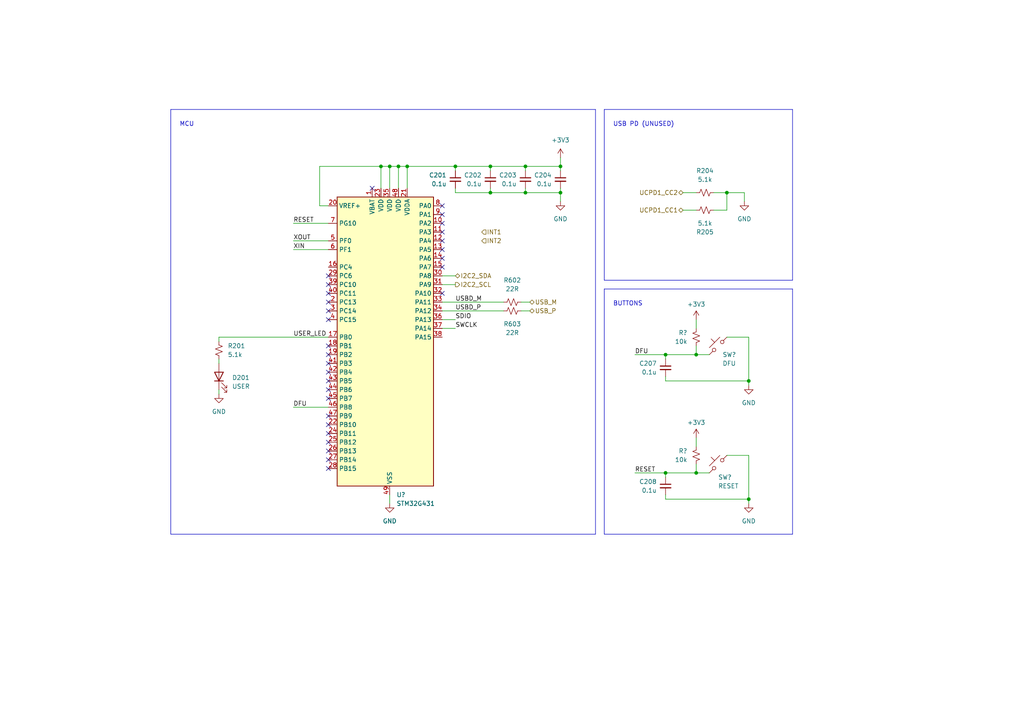
<source format=kicad_sch>
(kicad_sch (version 20230121) (generator eeschema)
  (paper "A4")
  (title_block (title "MICROCONTROLLER") (date "2023-06-17") (rev "1.0") (company "matei repair lab"))
  (lib_symbols
    (symbol "Device:C_Small" (pin_numbers hide) (pin_names (offset 0.254) hide)
      (property "Reference" "C" (at 0.254 1.778 0))
      (property "Value" "C_Small" (at 0.254 -2.032 0))
      (symbol "C_Small_0_1"
        (polyline (pts (xy -1.524 -0.508) (xy 1.524 -0.508)) (stroke (width 0.3302)))
        (polyline (pts (xy -1.524 0.508) (xy 1.524 0.508)) (stroke (width 0.3048)))
      )
      (symbol "C_Small_1_1"
        (pin passive line (at 0 2.54 270) (length 2.032) (name "~") (number "1"))
        (pin passive line (at 0 -2.54 90) (length 2.032) (name "~") (number "2"))
      )
    )
    (symbol "Device:LED" (pin_numbers hide) (pin_names (offset 1.016) hide)
      (property "Reference" "D" (at 0 2.54 0))
      (property "Value" "LED" (at 0 -2.54 0))
      (symbol "LED_0_1"
        (polyline (pts (xy -1.27 -1.27) (xy -1.27 1.27)) (stroke (width 0.254)))
        (polyline (pts (xy -1.27 0) (xy 1.27 0)))
        (polyline (pts (xy 1.27 -1.27) (xy 1.27 1.27) (xy -1.27 0) (xy 1.27 -1.27)) (stroke (width 0.254)))
        (polyline (pts (xy -3.048 -0.762) (xy -4.572 -2.286) (xy -3.81 -2.286) (xy -4.572 -2.286) (xy -4.572 -1.524)))
        (polyline (pts (xy -1.778 -0.762) (xy -3.302 -2.286) (xy -2.54 -2.286) (xy -3.302 -2.286) (xy -3.302 -1.524)))
      )
      (symbol "LED_1_1"
        (pin passive line (at -3.81 0 0) (length 2.54) (name "K") (number "1"))
        (pin passive line (at 3.81 0 180) (length 2.54) (name "A") (number "2"))
      )
    )
    (symbol "Device:R_Small_US" (pin_numbers hide) (pin_names (offset 0.254) hide)
      (property "Reference" "R" (at 0.762 0.508 0))
      (property "Value" "R_Small_US" (at 0.762 -1.016 0))
      (symbol "R_Small_US_1_1"
        (polyline (pts (xy 0 0) (xy 1.016 -0.381) (xy 0 -0.762) (xy -1.016 -1.143) (xy 0 -1.524)))
        (polyline (pts (xy 0 1.524) (xy 1.016 1.143) (xy 0 0.762) (xy -1.016 0.381) (xy 0 0)))
        (pin passive line (at 0 2.54 270) (length 1.016) (name "~") (number "1"))
        (pin passive line (at 0 -2.54 90) (length 1.016) (name "~") (number "2"))
      )
    )
    (symbol "MCU_ST_STM32G4:STM32G431CBUx"
      (property "Reference" "U" (at -12.7 44.45 0))
      (property "Value" "STM32G431CBUx" (at 10.16 44.45 0))
      (symbol "STM32G431CBUx_0_1"
        (rectangle (start -12.7 -40.64) (end 15.24 43.18) (stroke (width 0.254)) (fill (type background)))
      )
      (symbol "STM32G431CBUx_1_1"
        (pin power_in line (at -2.54 45.72 270) (length 2.54) (name "VBAT") (number "1"))
        (pin bidirectional line (at 17.78 35.56 180) (length 2.54) (name "PA2") (number "10"))
        (pin bidirectional line (at 17.78 33.02 180) (length 2.54) (name "PA3") (number "11"))
        (pin bidirectional line (at 17.78 30.48 180) (length 2.54) (name "PA4") (number "12"))
        (pin bidirectional line (at 17.78 27.94 180) (length 2.54) (name "PA5") (number "13"))
        (pin bidirectional line (at 17.78 25.4 180) (length 2.54) (name "PA6") (number "14"))
        (pin bidirectional line (at 17.78 22.86 180) (length 2.54) (name "PA7") (number "15"))
        (pin bidirectional line (at -15.24 22.86 0) (length 2.54) (name "PC4") (number "16"))
        (pin bidirectional line (at -15.24 2.54 0) (length 2.54) (name "PB0") (number "17"))
        (pin bidirectional line (at -15.24 0 0) (length 2.54) (name "PB1") (number "18"))
        (pin bidirectional line (at -15.24 -2.54 0) (length 2.54) (name "PB2") (number "19"))
        (pin bidirectional line (at -15.24 12.7 0) (length 2.54) (name "PC13") (number "2"))
        (pin input line (at -15.24 40.64 0) (length 2.54) (name "VREF+") (number "20"))
        (pin power_in line (at 7.62 45.72 270) (length 2.54) (name "VDDA") (number "21"))
        (pin bidirectional line (at -15.24 -22.86 0) (length 2.54) (name "PB10") (number "22"))
        (pin power_in line (at 0 45.72 270) (length 2.54) (name "VDD") (number "23"))
        (pin bidirectional line (at -15.24 -25.4 0) (length 2.54) (name "PB11") (number "24"))
        (pin bidirectional line (at -15.24 -27.94 0) (length 2.54) (name "PB12") (number "25"))
        (pin bidirectional line (at -15.24 -30.48 0) (length 2.54) (name "PB13") (number "26"))
        (pin bidirectional line (at -15.24 -33.02 0) (length 2.54) (name "PB14") (number "27"))
        (pin bidirectional line (at -15.24 -35.56 0) (length 2.54) (name "PB15") (number "28"))
        (pin bidirectional line (at -15.24 20.32 0) (length 2.54) (name "PC6") (number "29"))
        (pin bidirectional line (at -15.24 10.16 0) (length 2.54) (name "PC14") (number "3"))
        (pin bidirectional line (at 17.78 20.32 180) (length 2.54) (name "PA8") (number "30"))
        (pin bidirectional line (at 17.78 17.78 180) (length 2.54) (name "PA9") (number "31"))
        (pin bidirectional line (at 17.78 15.24 180) (length 2.54) (name "PA10") (number "32"))
        (pin bidirectional line (at 17.78 12.7 180) (length 2.54) (name "PA11") (number "33"))
        (pin bidirectional line (at 17.78 10.16 180) (length 2.54) (name "PA12") (number "34"))
        (pin power_in line (at 2.54 45.72 270) (length 2.54) (name "VDD") (number "35"))
        (pin bidirectional line (at 17.78 7.62 180) (length 2.54) (name "PA13") (number "36"))
        (pin bidirectional line (at 17.78 5.08 180) (length 2.54) (name "PA14") (number "37"))
        (pin bidirectional line (at 17.78 2.54 180) (length 2.54) (name "PA15") (number "38"))
        (pin bidirectional line (at -15.24 17.78 0) (length 2.54) (name "PC10") (number "39"))
        (pin bidirectional line (at -15.24 7.62 0) (length 2.54) (name "PC15") (number "4"))
        (pin bidirectional line (at -15.24 15.24 0) (length 2.54) (name "PC11") (number "40"))
        (pin bidirectional line (at -15.24 -5.08 0) (length 2.54) (name "PB3") (number "41"))
        (pin bidirectional line (at -15.24 -7.62 0) (length 2.54) (name "PB4") (number "42"))
        (pin bidirectional line (at -15.24 -10.16 0) (length 2.54) (name "PB5") (number "43"))
        (pin bidirectional line (at -15.24 -12.7 0) (length 2.54) (name "PB6") (number "44"))
        (pin bidirectional line (at -15.24 -15.24 0) (length 2.54) (name "PB7") (number "45"))
        (pin bidirectional line (at -15.24 -17.78 0) (length 2.54) (name "PB8") (number "46"))
        (pin bidirectional line (at -15.24 -20.32 0) (length 2.54) (name "PB9") (number "47"))
        (pin power_in line (at 5.08 45.72 270) (length 2.54) (name "VDD") (number "48"))
        (pin power_in line (at 2.54 -43.18 90) (length 2.54) (name "VSS") (number "49"))
        (pin bidirectional line (at -15.24 30.48 0) (length 2.54) (name "PF0") (number "5"))
        (pin bidirectional line (at -15.24 27.94 0) (length 2.54) (name "PF1") (number "6"))
        (pin bidirectional line (at -15.24 35.56 0) (length 2.54) (name "PG10") (number "7"))
        (pin bidirectional line (at 17.78 40.64 180) (length 2.54) (name "PA0") (number "8"))
        (pin bidirectional line (at 17.78 38.1 180) (length 2.54) (name "PA1") (number "9"))
      )
    )
    (symbol "Switch:SW_Push_45deg" (pin_numbers hide) (pin_names (offset 1.016) hide)
      (property "Reference" "SW" (at 3.048 1.016 0))
      (property "Value" "SW_Push_45deg" (at 0 -3.81 0))
      (symbol "SW_Push_45deg_0_1"
        (circle (center -1.1684 1.1684) (radius 0.508))
        (polyline (pts (xy -0.508 2.54) (xy 2.54 -0.508)))
        (polyline (pts (xy 1.016 1.016) (xy 2.032 2.032)))
        (polyline (pts (xy -2.54 2.54) (xy -1.524 1.524) (xy -1.524 1.524)))
        (polyline (pts (xy 1.524 -1.524) (xy 2.54 -2.54) (xy 2.54 -2.54) (xy 2.54 -2.54)))
        (circle (center 1.143 -1.1938) (radius 0.508))
        (pin passive line (at -2.54 2.54 0) (length 0) (name "1") (number "1"))
        (pin passive line (at 2.54 -2.54 180) (length 0) (name "2") (number "2"))
      )
    )
    (symbol "power:+3V3" (power) (pin_names (offset 0))
      (property "Value" "+3V3" (at 0 3.556 0))
      (symbol "+3V3_0_1"
        (polyline (pts (xy -0.762 1.27) (xy 0 2.54)))
        (polyline (pts (xy 0 0) (xy 0 2.54)))
        (polyline (pts (xy 0 2.54) (xy 0.762 1.27)))
      )
      (symbol "+3V3_1_1"
        (pin power_in line (at 0 0 90) (length 0) hide (name "+3V3") (number "1"))
      )
    )
    (symbol "power:GND" (power) (pin_names (offset 0))
      (property "Value" "GND" (at 0 -3.81 0))
      (symbol "GND_0_1"
        (polyline (pts (xy 0 0) (xy 0 -1.27) (xy 1.27 -1.27) (xy 0 -2.54) (xy -1.27 -1.27) (xy 0 -1.27)))
      )
      (symbol "GND_1_1"
        (pin power_in line (at 0 0 270) (length 0) hide (name "GND") (number "1"))
      )
    )
  )
  (junction (at 152.4 48.26))
  (junction (at 115.57 48.26))
  (junction (at 113.03 48.26))
  (junction (at 132.08 48.26))
  (junction (at 210.82 55.88))
  (junction (at 217.17 144.78))
  (junction (at 142.24 48.26))
  (junction (at 142.24 55.88))
  (junction (at 162.56 55.88))
  (junction (at 201.93 137.16))
  (junction (at 162.56 48.26))
  (junction (at 193.04 102.87))
  (junction (at 152.4 55.88))
  (junction (at 201.93 102.87))
  (junction (at 193.04 137.16))
  (junction (at 118.11 48.26))
  (junction (at 110.49 48.26))
  (junction (at 217.17 110.49))
  (no_connect (at 95.25 87.63))
  (no_connect (at 95.25 85.09))
  (no_connect (at 95.25 92.71))
  (no_connect (at 95.25 125.73))
  (no_connect (at 95.25 130.81))
  (no_connect (at 128.27 67.31))
  (no_connect (at 95.25 135.89))
  (no_connect (at 95.25 113.03))
  (no_connect (at 95.25 110.49))
  (no_connect (at 95.25 90.17))
  (no_connect (at 95.25 102.87))
  (no_connect (at 95.25 115.57))
  (no_connect (at 95.25 120.65))
  (no_connect (at 128.27 74.93))
  (no_connect (at 95.25 107.95))
  (no_connect (at 128.27 69.85))
  (no_connect (at 95.25 80.01))
  (no_connect (at 95.25 82.55))
  (no_connect (at 128.27 59.69))
  (no_connect (at 95.25 105.41))
  (no_connect (at 107.95 54.61))
  (no_connect (at 128.27 62.23))
  (no_connect (at 95.25 128.27))
  (no_connect (at 128.27 77.47))
  (no_connect (at 128.27 64.77))
  (no_connect (at 95.25 123.19))
  (no_connect (at 128.27 72.39))
  (no_connect (at 95.25 100.33))
  (no_connect (at 128.27 85.09))
  (no_connect (at 95.25 133.35))
  (wire (pts (xy 184.15 102.87) (xy 193.04 102.87)))
  (wire (pts (xy 193.04 102.87) (xy 201.93 102.87)))
  (wire (pts (xy 132.08 48.26) (xy 132.08 49.53)))
  (wire (pts (xy 162.56 54.61) (xy 162.56 55.88)))
  (wire (pts (xy 92.71 59.69) (xy 92.71 48.26)))
  (polyline (pts (xy 175.26 31.75) (xy 175.26 81.28)))
  (wire (pts (xy 113.03 48.26) (xy 113.03 54.61)))
  (wire (pts (xy 151.13 90.17) (xy 153.67 90.17)))
  (wire (pts (xy 128.27 82.55) (xy 132.08 82.55)))
  (polyline (pts (xy 172.72 154.94) (xy 172.72 31.75)))
  (wire (pts (xy 201.93 127) (xy 201.93 129.54)))
  (polyline (pts (xy 175.26 31.75) (xy 229.87 31.75)))
  (wire (pts (xy 110.49 54.61) (xy 110.49 48.26)))
  (wire (pts (xy 115.57 48.26) (xy 118.11 48.26)))
  (wire (pts (xy 142.24 48.26) (xy 142.24 49.53)))
  (wire (pts (xy 152.4 55.88) (xy 162.56 55.88)))
  (wire (pts (xy 201.93 137.16) (xy 205.74 137.16)))
  (wire (pts (xy 85.09 72.39) (xy 95.25 72.39)))
  (wire (pts (xy 215.9 55.88) (xy 215.9 58.42)))
  (wire (pts (xy 85.09 118.11) (xy 95.25 118.11)))
  (wire (pts (xy 201.93 134.62) (xy 201.93 137.16)))
  (polyline (pts (xy 229.87 154.94) (xy 229.87 83.82)))
  (wire (pts (xy 210.82 132.08) (xy 217.17 132.08)))
  (wire (pts (xy 198.12 55.88) (xy 201.93 55.88)))
  (wire (pts (xy 201.93 92.71) (xy 201.93 95.25)))
  (wire (pts (xy 95.25 59.69) (xy 92.71 59.69)))
  (polyline (pts (xy 49.53 31.75) (xy 172.72 31.75)))
  (polyline (pts (xy 175.26 83.82) (xy 229.87 83.82)))
  (wire (pts (xy 217.17 132.08) (xy 217.17 144.78)))
  (polyline (pts (xy 49.53 31.75) (xy 49.53 154.94)))
  (wire (pts (xy 128.27 90.17) (xy 146.05 90.17)))
  (wire (pts (xy 193.04 109.22) (xy 193.04 110.49)))
  (wire (pts (xy 132.08 48.26) (xy 142.24 48.26)))
  (wire (pts (xy 201.93 100.33) (xy 201.93 102.87)))
  (wire (pts (xy 85.09 69.85) (xy 95.25 69.85)))
  (wire (pts (xy 207.01 60.96) (xy 210.82 60.96)))
  (wire (pts (xy 210.82 55.88) (xy 215.9 55.88)))
  (wire (pts (xy 85.09 64.77) (xy 95.25 64.77)))
  (wire (pts (xy 198.12 60.96) (xy 201.93 60.96)))
  (wire (pts (xy 128.27 80.01) (xy 132.08 80.01)))
  (wire (pts (xy 63.5 104.14) (xy 63.5 105.41)))
  (wire (pts (xy 207.01 55.88) (xy 210.82 55.88)))
  (wire (pts (xy 132.08 54.61) (xy 132.08 55.88)))
  (wire (pts (xy 142.24 54.61) (xy 142.24 55.88)))
  (wire (pts (xy 113.03 48.26) (xy 115.57 48.26)))
  (wire (pts (xy 63.5 97.79) (xy 63.5 99.06)))
  (wire (pts (xy 110.49 48.26) (xy 113.03 48.26)))
  (wire (pts (xy 128.27 87.63) (xy 146.05 87.63)))
  (polyline (pts (xy 175.26 83.82) (xy 175.26 154.94)))
  (wire (pts (xy 132.08 55.88) (xy 142.24 55.88)))
  (wire (pts (xy 115.57 48.26) (xy 115.57 54.61)))
  (wire (pts (xy 162.56 45.72) (xy 162.56 48.26)))
  (wire (pts (xy 151.13 87.63) (xy 153.67 87.63)))
  (wire (pts (xy 193.04 137.16) (xy 193.04 138.43)))
  (wire (pts (xy 128.27 95.25) (xy 132.08 95.25)))
  (wire (pts (xy 184.15 137.16) (xy 193.04 137.16)))
  (wire (pts (xy 217.17 97.79) (xy 217.17 110.49)))
  (wire (pts (xy 113.03 143.51) (xy 113.03 146.05)))
  (wire (pts (xy 217.17 110.49) (xy 217.17 111.76)))
  (wire (pts (xy 162.56 48.26) (xy 162.56 49.53)))
  (polyline (pts (xy 229.87 81.28) (xy 229.87 31.75)))
  (wire (pts (xy 152.4 54.61) (xy 152.4 55.88)))
  (wire (pts (xy 193.04 137.16) (xy 201.93 137.16)))
  (polyline (pts (xy 49.53 154.94) (xy 172.72 154.94)))
  (wire (pts (xy 152.4 48.26) (xy 152.4 49.53)))
  (wire (pts (xy 210.82 60.96) (xy 210.82 55.88)))
  (wire (pts (xy 63.5 113.03) (xy 63.5 114.3)))
  (wire (pts (xy 152.4 48.26) (xy 162.56 48.26)))
  (wire (pts (xy 118.11 48.26) (xy 118.11 54.61)))
  (wire (pts (xy 142.24 55.88) (xy 152.4 55.88)))
  (wire (pts (xy 217.17 144.78) (xy 217.17 146.05)))
  (wire (pts (xy 193.04 102.87) (xy 193.04 104.14)))
  (wire (pts (xy 92.71 48.26) (xy 110.49 48.26)))
  (wire (pts (xy 162.56 55.88) (xy 162.56 58.42)))
  (wire (pts (xy 193.04 143.51) (xy 193.04 144.78)))
  (wire (pts (xy 128.27 92.71) (xy 132.08 92.71)))
  (wire (pts (xy 63.5 97.79) (xy 95.25 97.79)))
  (wire (pts (xy 201.93 102.87) (xy 205.74 102.87)))
  (polyline (pts (xy 175.26 154.94) (xy 229.87 154.94)))
  (wire (pts (xy 193.04 110.49) (xy 217.17 110.49)))
  (wire (pts (xy 118.11 48.26) (xy 132.08 48.26)))
  (wire (pts (xy 142.24 48.26) (xy 152.4 48.26)))
  (wire (pts (xy 210.82 97.79) (xy 217.17 97.79)))
  (polyline (pts (xy 175.26 81.28) (xy 229.87 81.28)))
  (wire (pts (xy 193.04 144.78) (xy 217.17 144.78)))
  (text "BUTTONS" (at 177.8 88.9 0) (effects (font (size 1.27 1.27)) (justify left bottom)))
  (text "MCU" (at 52.07 36.83 0) (effects (font (size 1.27 1.27)) (justify left bottom)))
  (text "USB PD (UNUSED)" (at 177.8 36.83 0) (effects (font (size 1.27 1.27)) (justify left bottom)))
  (label "XOUT" (at 85.09 69.85 0))
  (label "RESET" (at 85.09 64.77 0))
  (label "DFU" (at 85.09 118.11 0))
  (label "USER_LED" (at 85.09 97.79 0))
  (label "USBD_M" (at 132.08 87.63 0))
  (label "SDIO" (at 132.08 92.71 0))
  (label "DFU" (at 184.15 102.87 0))
  (label "SWCLK" (at 132.08 95.25 0))
  (label "USBD_P" (at 132.08 90.17 0))
  (label "XIN" (at 85.09 72.39 0))
  (label "RESET" (at 184.15 137.16 0))
  (hierarchical_label "INT2" (shape input) (at 139.7 69.85 0))
  (hierarchical_label "UCPD1_CC2" (shape bidirectional) (at 198.12 55.88 180))
  (hierarchical_label "I2C2_SDA" (shape bidirectional) (at 132.08 80.01 0))
  (hierarchical_label "USB_M" (shape bidirectional) (at 153.67 87.63 0))
  (hierarchical_label "INT1" (shape input) (at 139.7 67.31 0))
  (hierarchical_label "I2C2_SCL" (shape output) (at 132.08 82.55 0))
  (hierarchical_label "USB_P" (shape bidirectional) (at 153.67 90.17 0))
  (hierarchical_label "UCPD1_CC1" (shape bidirectional) (at 198.12 60.96 180))
  (symbol (lib_id "Device:R_Small_US") (at 201.93 132.08 0) (mirror y) (unit 1)
    (property "Reference" "R?" (at 199.39 130.81 0) (effects (justify left)))
    (property "Value" "10k" (at 199.39 133.35 0) (effects (justify left)))
    (property "Footprint" "Resistor_SMD:R_0402_1005Metric" (effects hide))
    (instances (project "usb-ssk" (path "" (reference "R?") (unit 1))) (project "stm32g431-mt6701-stspin233" (path "" (reference "R?") (unit 1)) (path "" (reference "R203") (unit 1))))
  )
  (symbol (lib_id "Device:C_Small") (at 193.04 106.68 0) (unit 1)
    (property "Reference" "C207" (at 190.5 105.4163 0) (effects (justify right)))
    (property "Value" "0.1u" (at 190.5 107.9563 0) (effects (justify right)))
    (property "Footprint" "Capacitor_SMD:C_0402_1005Metric" (effects hide))
  )
  (symbol (lib_id "Device:R_Small_US") (at 63.5 101.6 0) (unit 1)
    (property "Reference" "R201" (at 66.04 100.33 0) (effects (justify left)))
    (property "Value" "5.1k" (at 66.04 102.87 0) (effects (justify left)))
    (property "Footprint" "Resistor_SMD:R_0402_1005Metric" (effects hide))
  )
  (symbol (lib_id "Device:C_Small") (at 162.56 52.07 0) (mirror y) (unit 1)
    (property "Reference" "C204" (at 160.02 50.8063 0) (effects (justify left)))
    (property "Value" "0.1u" (at 160.02 53.3463 0) (effects (justify left)))
    (property "Footprint" "Capacitor_SMD:C_0402_1005Metric" (effects hide))
  )
  (symbol (lib_id "Device:R_Small_US") (at 201.93 97.79 0) (mirror y) (unit 1)
    (property "Reference" "R?" (at 199.39 96.52 0) (effects (justify left)))
    (property "Value" "10k" (at 199.39 99.06 0) (effects (justify left)))
    (property "Footprint" "Resistor_SMD:R_0402_1005Metric" (effects hide))
    (instances (project "usb-ssk" (path "" (reference "R?") (unit 1))) (project "stm32g431-mt6701-stspin233" (path "" (reference "R?") (unit 1)) (path "" (reference "R202") (unit 1))))
  )
  (symbol (lib_id "Device:C_Small") (at 142.24 52.07 0) (mirror y) (unit 1)
    (property "Reference" "C202" (at 139.7 50.8063 0) (effects (justify left)))
    (property "Value" "0.1u" (at 139.7 53.3463 0) (effects (justify left)))
    (property "Footprint" "Capacitor_SMD:C_0402_1005Metric" (effects hide))
  )
  (symbol (lib_id "Device:C_Small") (at 152.4 52.07 0) (mirror y) (unit 1)
    (property "Reference" "C203" (at 149.86 50.8063 0) (effects (justify left)))
    (property "Value" "0.1u" (at 149.86 53.3463 0) (effects (justify left)))
    (property "Footprint" "Capacitor_SMD:C_0402_1005Metric" (effects hide))
  )
  (symbol (lib_id "power:GND") (at 162.56 58.42 0) (unit 1)
    (property "Reference" "#PWR0106" (effects hide))
    (property "Value" "GND" (at 162.56 63.5 0))
    (instances (project "usb-ssk" (path "" (reference "#PWR0106") (unit 1))) (project "stm32g431-mt6701-stspin233" (path "" (reference "#PWR0106") (unit 1)) (path "" (reference "#PWR0204") (unit 1))))
  )
  (symbol (lib_id "Device:R_Small_US") (at 204.47 55.88 90) (unit 1)
    (property "Reference" "R204" (at 204.47 49.53 90))
    (property "Value" "5.1k" (at 204.47 52.07 90))
    (property "Footprint" "Resistor_SMD:R_0402_1005Metric" (effects hide))
  )
  (symbol (lib_id "Device:C_Small") (at 132.08 52.07 0) (mirror y) (unit 1)
    (property "Reference" "C201" (at 129.54 50.8063 0) (effects (justify left)))
    (property "Value" "0.1u" (at 129.54 53.3463 0) (effects (justify left)))
    (property "Footprint" "Capacitor_SMD:C_0402_1005Metric" (effects hide))
  )
  (symbol (lib_id "MCU_ST_STM32G4:STM32G431CBUx") (at 110.49 100.33 0) (unit 1)
    (property "Reference" "U?" (at 114.9859 143.51 0) (effects (justify left)))
    (property "Value" "STM32G431" (at 114.9859 146.05 0) (effects (justify left)))
    (property "Footprint" "Package_DFN_QFN:QFN-48-1EP_7x7mm_P0.5mm_EP5.6x5.6mm" (effects hide))
    (property "Datasheet" "https://www.st.com/resource/en/datasheet/stm32g431cb.pdf" (effects hide))
    (instances (project "usb-ssk" (path "" (reference "U?") (unit 1))) (project "stm32g431-mt6701-stspin233" (path "" (reference "U?") (unit 1)) (path "" (reference "U201") (unit 1))))
  )
  (symbol (lib_id "power:+3V3") (at 201.93 127 0) (unit 1)
    (property "Reference" "#PWR0123" (effects hide))
    (property "Value" "+3V3" (at 201.93 122.555 0))
    (instances (project "usb-ssk" (path "" (reference "#PWR0123") (unit 1))) (project "stm32g431-mt6701-stspin233" (path "" (reference "#PWR0123") (unit 1)) (path "" (reference "#PWR0210") (unit 1))))
  )
  (symbol (lib_id "Device:R_Small_US") (at 148.59 87.63 90) (unit 1)
    (property "Reference" "R602" (at 148.59 81.28 90))
    (property "Value" "22R" (at 148.59 83.82 90))
    (property "Footprint" "Resistor_SMD:R_0402_1005Metric" (effects hide))
    (instances (project "usb-ssk" (path "" (reference "R602") (unit 1))) (project "stm32g431-mt6701-stspin233" (path "" (reference "R602") (unit 1)) (path "" (reference "R206") (unit 1))))
  )
  (symbol (lib_id "Device:R_Small_US") (at 204.47 60.96 270) (unit 1)
    (property "Reference" "R205" (at 204.47 67.31 90))
    (property "Value" "5.1k" (at 204.47 64.77 90))
    (property "Footprint" "Resistor_SMD:R_0402_1005Metric" (effects hide))
  )
  (symbol (lib_id "power:GND") (at 215.9 58.42 0) (unit 1)
    (property "Reference" "#PWR0122" (effects hide))
    (property "Value" "GND" (at 215.9 63.5 0))
    (instances (project "usb-ssk" (path "" (reference "#PWR0122") (unit 1))) (project "stm32g431-mt6701-stspin233" (path "" (reference "#PWR0122") (unit 1)) (path "" (reference "#PWR0211") (unit 1))))
  )
  (symbol (lib_id "power:GND") (at 217.17 111.76 0) (unit 1)
    (property "Reference" "#PWR0125" (effects hide))
    (property "Value" "GND" (at 217.17 116.84 0))
    (instances (project "usb-ssk" (path "" (reference "#PWR0125") (unit 1))) (project "stm32g431-mt6701-stspin233" (path "" (reference "#PWR0125") (unit 1)) (path "" (reference "#PWR0209") (unit 1))))
  )
  (symbol (lib_id "Device:R_Small_US") (at 148.59 90.17 270) (unit 1)
    (property "Reference" "R603" (at 148.59 93.98 90))
    (property "Value" "22R" (at 148.59 96.52 90))
    (property "Footprint" "Resistor_SMD:R_0402_1005Metric" (effects hide))
    (instances (project "usb-ssk" (path "" (reference "R603") (unit 1))) (project "stm32g431-mt6701-stspin233" (path "" (reference "R603") (unit 1)) (path "" (reference "R207") (unit 1))))
  )
  (symbol (lib_id "Switch:SW_Push_45deg") (at 208.28 100.33 90) (unit 1)
    (property "Reference" "SW?" (at 209.55 102.87 90) (effects (justify right)))
    (property "Value" "DFU" (at 209.55 105.41 90) (effects (justify right)))
    (property "Footprint" "matei:TS-1187A-B-A-B" (effects hide))
    (instances (project "usb-ssk" (path "" (reference "SW?") (unit 1))) (project "stm32g431-mt6701-stspin233" (path "" (reference "SW?") (unit 1)) (path "" (reference "SW201") (unit 1))))
  )
  (symbol (lib_id "power:+3V3") (at 162.56 45.72 0) (unit 1)
    (property "Reference" "#PWR0107" (effects hide))
    (property "Value" "+3V3" (at 162.56 40.64 0))
    (instances (project "usb-ssk" (path "" (reference "#PWR0107") (unit 1))) (project "stm32g431-mt6701-stspin233" (path "" (reference "#PWR0107") (unit 1)) (path "" (reference "#PWR0203") (unit 1))))
  )
  (symbol (lib_id "power:GND") (at 113.03 146.05 0) (unit 1)
    (property "Reference" "#PWR0121" (effects hide))
    (property "Value" "GND" (at 113.03 151.13 0))
    (instances (project "usb-ssk" (path "" (reference "#PWR0121") (unit 1))) (project "stm32g431-mt6701-stspin233" (path "" (reference "#PWR0121") (unit 1)) (path "" (reference "#PWR0201") (unit 1))))
  )
  (symbol (lib_id "Device:LED") (at 63.5 109.22 90) (unit 1)
    (property "Reference" "D201" (at 67.31 109.5375 90) (effects (justify right)))
    (property "Value" "USER" (at 67.31 112.0775 90) (effects (justify right)))
    (property "Footprint" "Diode_SMD:D_0603_1608Metric" (effects hide))
  )
  (symbol (lib_id "power:+3V3") (at 201.93 92.71 0) (unit 1)
    (property "Reference" "#PWR0124" (effects hide))
    (property "Value" "+3V3" (at 201.93 88.265 0))
    (instances (project "usb-ssk" (path "" (reference "#PWR0124") (unit 1))) (project "stm32g431-mt6701-stspin233" (path "" (reference "#PWR0124") (unit 1)) (path "" (reference "#PWR0212") (unit 1))))
  )
  (symbol (lib_id "power:GND") (at 217.17 146.05 0) (unit 1)
    (property "Reference" "#PWR0125" (effects hide))
    (property "Value" "GND" (at 217.17 151.13 0))
    (instances (project "usb-ssk" (path "" (reference "#PWR0125") (unit 1))) (project "stm32g431-mt6701-stspin233" (path "" (reference "#PWR0125") (unit 1)) (path "" (reference "#PWR0213") (unit 1))))
  )
  (symbol (lib_id "Switch:SW_Push_45deg") (at 208.28 134.62 90) (unit 1)
    (property "Reference" "SW?" (at 208.28 138.43 90) (effects (justify right)))
    (property "Value" "RESET" (at 208.28 140.97 90) (effects (justify right)))
    (property "Footprint" "matei:TS-1187A-B-A-B" (effects hide))
    (instances (project "usb-ssk" (path "" (reference "SW?") (unit 1))) (project "stm32g431-mt6701-stspin233" (path "" (reference "SW?") (unit 1)) (path "" (reference "SW202") (unit 1))))
  )
  (symbol (lib_id "Device:C_Small") (at 193.04 140.97 0) (unit 1)
    (property "Reference" "C208" (at 190.5 139.7063 0) (effects (justify right)))
    (property "Value" "0.1u" (at 190.5 142.2463 0) (effects (justify right)))
    (property "Footprint" "Capacitor_SMD:C_0402_1005Metric" (effects hide))
  )
  (symbol (lib_id "power:GND") (at 63.5 114.3 0) (unit 1)
    (property "Reference" "#PWR0111" (effects hide))
    (property "Value" "GND" (at 63.5 119.38 0))
    (instances (project "usb-ssk" (path "" (reference "#PWR0111") (unit 1))) (project "stm32g431-mt6701-stspin233" (path "" (reference "#PWR0111") (unit 1)) (path "" (reference "#PWR0202") (unit 1))))
  )
)
</source>
